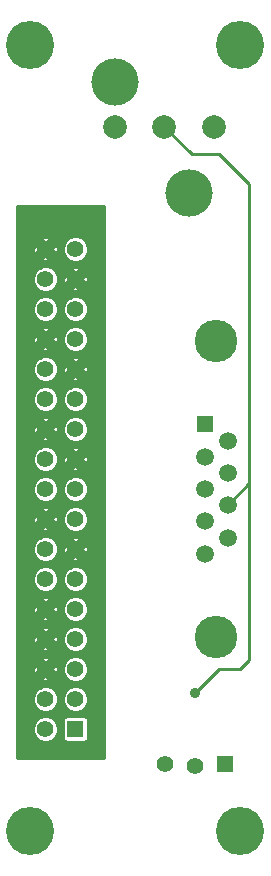
<source format=gbl>
G04 (created by PCBNEW (2013-06-11 BZR 4021)-stable) date Wed 16 Apr 2014 12:44:10 AM CDT*
%MOIN*%
G04 Gerber Fmt 3.4, Leading zero omitted, Abs format*
%FSLAX34Y34*%
G01*
G70*
G90*
G04 APERTURE LIST*
%ADD10C,0.00590551*%
%ADD11C,0.141732*%
%ADD12C,0.0590551*%
%ADD13R,0.0551181X0.0551181*%
%ADD14R,0.055X0.055*%
%ADD15C,0.055*%
%ADD16C,0.16*%
%ADD17C,0.0787402*%
%ADD18C,0.15748*%
%ADD19C,0.035*%
%ADD20C,0.01*%
G04 APERTURE END LIST*
G54D10*
G54D11*
X34496Y-38221D03*
X34496Y-28378D03*
G54D12*
X34122Y-33300D03*
X34122Y-32221D03*
G54D13*
X34122Y-31142D03*
G54D12*
X34122Y-35457D03*
X34122Y-34378D03*
X34870Y-34918D03*
X34870Y-33839D03*
X34870Y-32760D03*
X34870Y-31681D03*
G54D14*
X34800Y-42476D03*
G54D15*
X33800Y-42524D03*
X32800Y-42476D03*
G54D14*
X29800Y-41300D03*
G54D15*
X28800Y-41300D03*
X29800Y-40300D03*
X28800Y-40300D03*
X29800Y-39300D03*
X28800Y-39300D03*
X29800Y-38300D03*
X28800Y-38300D03*
X29800Y-37300D03*
X28800Y-37300D03*
X29800Y-36300D03*
X28800Y-36300D03*
X29800Y-35300D03*
X28800Y-35300D03*
X29800Y-34300D03*
X28800Y-34300D03*
X29800Y-33300D03*
X28800Y-33300D03*
X29800Y-32300D03*
X28800Y-32300D03*
X29800Y-31300D03*
X28800Y-31300D03*
X29800Y-30300D03*
X28800Y-30300D03*
X29800Y-29300D03*
X28800Y-29300D03*
X29800Y-28300D03*
X28800Y-28300D03*
X29800Y-27300D03*
X28800Y-27300D03*
X29800Y-26300D03*
X28800Y-26300D03*
X29800Y-25300D03*
X28800Y-25300D03*
G54D16*
X28300Y-44700D03*
X28300Y-18500D03*
X35300Y-44700D03*
X35300Y-18500D03*
G54D17*
X34413Y-21230D03*
X32760Y-21230D03*
X31106Y-21230D03*
G54D18*
X31106Y-19714D03*
X33586Y-23415D03*
G54D19*
X33800Y-40100D03*
G54D20*
X35600Y-25600D02*
X35600Y-23140D01*
X33670Y-22140D02*
X32760Y-21230D01*
X34600Y-22140D02*
X33670Y-22140D01*
X35600Y-23140D02*
X34600Y-22140D01*
X35600Y-39000D02*
X35600Y-33110D01*
X35300Y-39300D02*
X35600Y-39000D01*
X34600Y-39300D02*
X35300Y-39300D01*
X33800Y-40100D02*
X34600Y-39300D01*
X35600Y-33110D02*
X34870Y-33839D01*
X35600Y-25600D02*
X35600Y-33110D01*
G54D10*
G36*
X30750Y-42250D02*
X30225Y-42250D01*
X30225Y-40215D01*
X30225Y-39215D01*
X30225Y-38215D01*
X30225Y-37215D01*
X30225Y-36215D01*
X30225Y-34215D01*
X30225Y-33215D01*
X30225Y-31215D01*
X30225Y-30215D01*
X30225Y-28215D01*
X30225Y-27215D01*
X30225Y-25215D01*
X30160Y-25059D01*
X30041Y-24939D01*
X29884Y-24875D01*
X29715Y-24874D01*
X29559Y-24939D01*
X29439Y-25058D01*
X29375Y-25215D01*
X29374Y-25384D01*
X29439Y-25540D01*
X29558Y-25660D01*
X29715Y-25724D01*
X29884Y-25725D01*
X30040Y-25660D01*
X30160Y-25541D01*
X30224Y-25384D01*
X30225Y-25215D01*
X30225Y-27215D01*
X30210Y-27181D01*
X30210Y-26257D01*
X30195Y-26182D01*
X30148Y-26146D01*
X29994Y-26300D01*
X30148Y-26453D01*
X30195Y-26417D01*
X30210Y-26257D01*
X30210Y-27181D01*
X30160Y-27059D01*
X30041Y-26939D01*
X29953Y-26903D01*
X29953Y-26648D01*
X29953Y-25951D01*
X29917Y-25904D01*
X29757Y-25889D01*
X29682Y-25904D01*
X29646Y-25951D01*
X29800Y-26105D01*
X29953Y-25951D01*
X29953Y-26648D01*
X29800Y-26494D01*
X29646Y-26648D01*
X29682Y-26695D01*
X29842Y-26710D01*
X29917Y-26695D01*
X29953Y-26648D01*
X29953Y-26903D01*
X29884Y-26875D01*
X29715Y-26874D01*
X29605Y-26920D01*
X29605Y-26300D01*
X29451Y-26146D01*
X29404Y-26182D01*
X29389Y-26342D01*
X29404Y-26417D01*
X29451Y-26453D01*
X29605Y-26300D01*
X29605Y-26920D01*
X29559Y-26939D01*
X29439Y-27058D01*
X29375Y-27215D01*
X29374Y-27384D01*
X29439Y-27540D01*
X29558Y-27660D01*
X29715Y-27724D01*
X29884Y-27725D01*
X30040Y-27660D01*
X30160Y-27541D01*
X30224Y-27384D01*
X30225Y-27215D01*
X30225Y-28215D01*
X30160Y-28059D01*
X30041Y-27939D01*
X29884Y-27875D01*
X29715Y-27874D01*
X29559Y-27939D01*
X29439Y-28058D01*
X29375Y-28215D01*
X29374Y-28384D01*
X29439Y-28540D01*
X29558Y-28660D01*
X29715Y-28724D01*
X29884Y-28725D01*
X30040Y-28660D01*
X30160Y-28541D01*
X30224Y-28384D01*
X30225Y-28215D01*
X30225Y-30215D01*
X30210Y-30181D01*
X30210Y-29257D01*
X30195Y-29182D01*
X30148Y-29146D01*
X29994Y-29300D01*
X30148Y-29453D01*
X30195Y-29417D01*
X30210Y-29257D01*
X30210Y-30181D01*
X30160Y-30059D01*
X30041Y-29939D01*
X29953Y-29903D01*
X29953Y-29648D01*
X29953Y-28951D01*
X29917Y-28904D01*
X29757Y-28889D01*
X29682Y-28904D01*
X29646Y-28951D01*
X29800Y-29105D01*
X29953Y-28951D01*
X29953Y-29648D01*
X29800Y-29494D01*
X29646Y-29648D01*
X29682Y-29695D01*
X29842Y-29710D01*
X29917Y-29695D01*
X29953Y-29648D01*
X29953Y-29903D01*
X29884Y-29875D01*
X29715Y-29874D01*
X29605Y-29920D01*
X29605Y-29300D01*
X29451Y-29146D01*
X29404Y-29182D01*
X29389Y-29342D01*
X29404Y-29417D01*
X29451Y-29453D01*
X29605Y-29300D01*
X29605Y-29920D01*
X29559Y-29939D01*
X29439Y-30058D01*
X29375Y-30215D01*
X29374Y-30384D01*
X29439Y-30540D01*
X29558Y-30660D01*
X29715Y-30724D01*
X29884Y-30725D01*
X30040Y-30660D01*
X30160Y-30541D01*
X30224Y-30384D01*
X30225Y-30215D01*
X30225Y-31215D01*
X30160Y-31059D01*
X30041Y-30939D01*
X29884Y-30875D01*
X29715Y-30874D01*
X29559Y-30939D01*
X29439Y-31058D01*
X29375Y-31215D01*
X29374Y-31384D01*
X29439Y-31540D01*
X29558Y-31660D01*
X29715Y-31724D01*
X29884Y-31725D01*
X30040Y-31660D01*
X30160Y-31541D01*
X30224Y-31384D01*
X30225Y-31215D01*
X30225Y-33215D01*
X30210Y-33181D01*
X30210Y-32257D01*
X30195Y-32182D01*
X30148Y-32146D01*
X29994Y-32300D01*
X30148Y-32453D01*
X30195Y-32417D01*
X30210Y-32257D01*
X30210Y-33181D01*
X30160Y-33059D01*
X30041Y-32939D01*
X29953Y-32903D01*
X29953Y-32648D01*
X29953Y-31951D01*
X29917Y-31904D01*
X29757Y-31889D01*
X29682Y-31904D01*
X29646Y-31951D01*
X29800Y-32105D01*
X29953Y-31951D01*
X29953Y-32648D01*
X29800Y-32494D01*
X29646Y-32648D01*
X29682Y-32695D01*
X29842Y-32710D01*
X29917Y-32695D01*
X29953Y-32648D01*
X29953Y-32903D01*
X29884Y-32875D01*
X29715Y-32874D01*
X29605Y-32920D01*
X29605Y-32300D01*
X29451Y-32146D01*
X29404Y-32182D01*
X29389Y-32342D01*
X29404Y-32417D01*
X29451Y-32453D01*
X29605Y-32300D01*
X29605Y-32920D01*
X29559Y-32939D01*
X29439Y-33058D01*
X29375Y-33215D01*
X29374Y-33384D01*
X29439Y-33540D01*
X29558Y-33660D01*
X29715Y-33724D01*
X29884Y-33725D01*
X30040Y-33660D01*
X30160Y-33541D01*
X30224Y-33384D01*
X30225Y-33215D01*
X30225Y-34215D01*
X30160Y-34059D01*
X30041Y-33939D01*
X29884Y-33875D01*
X29715Y-33874D01*
X29559Y-33939D01*
X29439Y-34058D01*
X29375Y-34215D01*
X29374Y-34384D01*
X29439Y-34540D01*
X29558Y-34660D01*
X29715Y-34724D01*
X29884Y-34725D01*
X30040Y-34660D01*
X30160Y-34541D01*
X30224Y-34384D01*
X30225Y-34215D01*
X30225Y-36215D01*
X30210Y-36181D01*
X30210Y-35257D01*
X30195Y-35182D01*
X30148Y-35146D01*
X29994Y-35300D01*
X30148Y-35453D01*
X30195Y-35417D01*
X30210Y-35257D01*
X30210Y-36181D01*
X30160Y-36059D01*
X30041Y-35939D01*
X29953Y-35903D01*
X29953Y-35648D01*
X29953Y-34951D01*
X29917Y-34904D01*
X29757Y-34889D01*
X29682Y-34904D01*
X29646Y-34951D01*
X29800Y-35105D01*
X29953Y-34951D01*
X29953Y-35648D01*
X29800Y-35494D01*
X29646Y-35648D01*
X29682Y-35695D01*
X29842Y-35710D01*
X29917Y-35695D01*
X29953Y-35648D01*
X29953Y-35903D01*
X29884Y-35875D01*
X29715Y-35874D01*
X29605Y-35920D01*
X29605Y-35300D01*
X29451Y-35146D01*
X29404Y-35182D01*
X29389Y-35342D01*
X29404Y-35417D01*
X29451Y-35453D01*
X29605Y-35300D01*
X29605Y-35920D01*
X29559Y-35939D01*
X29439Y-36058D01*
X29375Y-36215D01*
X29374Y-36384D01*
X29439Y-36540D01*
X29558Y-36660D01*
X29715Y-36724D01*
X29884Y-36725D01*
X30040Y-36660D01*
X30160Y-36541D01*
X30224Y-36384D01*
X30225Y-36215D01*
X30225Y-37215D01*
X30160Y-37059D01*
X30041Y-36939D01*
X29884Y-36875D01*
X29715Y-36874D01*
X29559Y-36939D01*
X29439Y-37058D01*
X29375Y-37215D01*
X29374Y-37384D01*
X29439Y-37540D01*
X29558Y-37660D01*
X29715Y-37724D01*
X29884Y-37725D01*
X30040Y-37660D01*
X30160Y-37541D01*
X30224Y-37384D01*
X30225Y-37215D01*
X30225Y-38215D01*
X30160Y-38059D01*
X30041Y-37939D01*
X29884Y-37875D01*
X29715Y-37874D01*
X29559Y-37939D01*
X29439Y-38058D01*
X29375Y-38215D01*
X29374Y-38384D01*
X29439Y-38540D01*
X29558Y-38660D01*
X29715Y-38724D01*
X29884Y-38725D01*
X30040Y-38660D01*
X30160Y-38541D01*
X30224Y-38384D01*
X30225Y-38215D01*
X30225Y-39215D01*
X30160Y-39059D01*
X30041Y-38939D01*
X29884Y-38875D01*
X29715Y-38874D01*
X29559Y-38939D01*
X29439Y-39058D01*
X29375Y-39215D01*
X29374Y-39384D01*
X29439Y-39540D01*
X29558Y-39660D01*
X29715Y-39724D01*
X29884Y-39725D01*
X30040Y-39660D01*
X30160Y-39541D01*
X30224Y-39384D01*
X30225Y-39215D01*
X30225Y-40215D01*
X30160Y-40059D01*
X30041Y-39939D01*
X29884Y-39875D01*
X29715Y-39874D01*
X29559Y-39939D01*
X29439Y-40058D01*
X29375Y-40215D01*
X29374Y-40384D01*
X29439Y-40540D01*
X29558Y-40660D01*
X29715Y-40724D01*
X29884Y-40725D01*
X30040Y-40660D01*
X30160Y-40541D01*
X30224Y-40384D01*
X30225Y-40215D01*
X30225Y-42250D01*
X30225Y-42250D01*
X30225Y-41545D01*
X30225Y-40995D01*
X30202Y-40940D01*
X30160Y-40897D01*
X30104Y-40875D01*
X30045Y-40874D01*
X29495Y-40874D01*
X29440Y-40897D01*
X29397Y-40939D01*
X29375Y-40995D01*
X29374Y-41054D01*
X29374Y-41604D01*
X29397Y-41659D01*
X29439Y-41702D01*
X29495Y-41724D01*
X29554Y-41725D01*
X30104Y-41725D01*
X30159Y-41702D01*
X30202Y-41660D01*
X30224Y-41604D01*
X30225Y-41545D01*
X30225Y-42250D01*
X29225Y-42250D01*
X29225Y-41215D01*
X29225Y-40215D01*
X29225Y-36215D01*
X29225Y-35215D01*
X29225Y-33215D01*
X29225Y-32215D01*
X29225Y-30215D01*
X29225Y-29215D01*
X29225Y-27215D01*
X29225Y-26215D01*
X29210Y-26181D01*
X29210Y-25257D01*
X29195Y-25182D01*
X29148Y-25146D01*
X28994Y-25300D01*
X29148Y-25453D01*
X29195Y-25417D01*
X29210Y-25257D01*
X29210Y-26181D01*
X29160Y-26059D01*
X29041Y-25939D01*
X28953Y-25903D01*
X28953Y-25648D01*
X28953Y-24951D01*
X28917Y-24904D01*
X28757Y-24889D01*
X28682Y-24904D01*
X28646Y-24951D01*
X28800Y-25105D01*
X28953Y-24951D01*
X28953Y-25648D01*
X28800Y-25494D01*
X28646Y-25648D01*
X28682Y-25695D01*
X28842Y-25710D01*
X28917Y-25695D01*
X28953Y-25648D01*
X28953Y-25903D01*
X28884Y-25875D01*
X28715Y-25874D01*
X28605Y-25920D01*
X28605Y-25300D01*
X28451Y-25146D01*
X28404Y-25182D01*
X28389Y-25342D01*
X28404Y-25417D01*
X28451Y-25453D01*
X28605Y-25300D01*
X28605Y-25920D01*
X28559Y-25939D01*
X28439Y-26058D01*
X28375Y-26215D01*
X28374Y-26384D01*
X28439Y-26540D01*
X28558Y-26660D01*
X28715Y-26724D01*
X28884Y-26725D01*
X29040Y-26660D01*
X29160Y-26541D01*
X29224Y-26384D01*
X29225Y-26215D01*
X29225Y-27215D01*
X29160Y-27059D01*
X29041Y-26939D01*
X28884Y-26875D01*
X28715Y-26874D01*
X28559Y-26939D01*
X28439Y-27058D01*
X28375Y-27215D01*
X28374Y-27384D01*
X28439Y-27540D01*
X28558Y-27660D01*
X28715Y-27724D01*
X28884Y-27725D01*
X29040Y-27660D01*
X29160Y-27541D01*
X29224Y-27384D01*
X29225Y-27215D01*
X29225Y-29215D01*
X29210Y-29181D01*
X29210Y-28257D01*
X29195Y-28182D01*
X29148Y-28146D01*
X28994Y-28300D01*
X29148Y-28453D01*
X29195Y-28417D01*
X29210Y-28257D01*
X29210Y-29181D01*
X29160Y-29059D01*
X29041Y-28939D01*
X28953Y-28903D01*
X28953Y-28648D01*
X28953Y-27951D01*
X28917Y-27904D01*
X28757Y-27889D01*
X28682Y-27904D01*
X28646Y-27951D01*
X28800Y-28105D01*
X28953Y-27951D01*
X28953Y-28648D01*
X28800Y-28494D01*
X28646Y-28648D01*
X28682Y-28695D01*
X28842Y-28710D01*
X28917Y-28695D01*
X28953Y-28648D01*
X28953Y-28903D01*
X28884Y-28875D01*
X28715Y-28874D01*
X28605Y-28920D01*
X28605Y-28300D01*
X28451Y-28146D01*
X28404Y-28182D01*
X28389Y-28342D01*
X28404Y-28417D01*
X28451Y-28453D01*
X28605Y-28300D01*
X28605Y-28920D01*
X28559Y-28939D01*
X28439Y-29058D01*
X28375Y-29215D01*
X28374Y-29384D01*
X28439Y-29540D01*
X28558Y-29660D01*
X28715Y-29724D01*
X28884Y-29725D01*
X29040Y-29660D01*
X29160Y-29541D01*
X29224Y-29384D01*
X29225Y-29215D01*
X29225Y-30215D01*
X29160Y-30059D01*
X29041Y-29939D01*
X28884Y-29875D01*
X28715Y-29874D01*
X28559Y-29939D01*
X28439Y-30058D01*
X28375Y-30215D01*
X28374Y-30384D01*
X28439Y-30540D01*
X28558Y-30660D01*
X28715Y-30724D01*
X28884Y-30725D01*
X29040Y-30660D01*
X29160Y-30541D01*
X29224Y-30384D01*
X29225Y-30215D01*
X29225Y-32215D01*
X29210Y-32181D01*
X29210Y-31257D01*
X29195Y-31182D01*
X29148Y-31146D01*
X28994Y-31300D01*
X29148Y-31453D01*
X29195Y-31417D01*
X29210Y-31257D01*
X29210Y-32181D01*
X29160Y-32059D01*
X29041Y-31939D01*
X28953Y-31903D01*
X28953Y-31648D01*
X28953Y-30951D01*
X28917Y-30904D01*
X28757Y-30889D01*
X28682Y-30904D01*
X28646Y-30951D01*
X28800Y-31105D01*
X28953Y-30951D01*
X28953Y-31648D01*
X28800Y-31494D01*
X28646Y-31648D01*
X28682Y-31695D01*
X28842Y-31710D01*
X28917Y-31695D01*
X28953Y-31648D01*
X28953Y-31903D01*
X28884Y-31875D01*
X28715Y-31874D01*
X28605Y-31920D01*
X28605Y-31300D01*
X28451Y-31146D01*
X28404Y-31182D01*
X28389Y-31342D01*
X28404Y-31417D01*
X28451Y-31453D01*
X28605Y-31300D01*
X28605Y-31920D01*
X28559Y-31939D01*
X28439Y-32058D01*
X28375Y-32215D01*
X28374Y-32384D01*
X28439Y-32540D01*
X28558Y-32660D01*
X28715Y-32724D01*
X28884Y-32725D01*
X29040Y-32660D01*
X29160Y-32541D01*
X29224Y-32384D01*
X29225Y-32215D01*
X29225Y-33215D01*
X29160Y-33059D01*
X29041Y-32939D01*
X28884Y-32875D01*
X28715Y-32874D01*
X28559Y-32939D01*
X28439Y-33058D01*
X28375Y-33215D01*
X28374Y-33384D01*
X28439Y-33540D01*
X28558Y-33660D01*
X28715Y-33724D01*
X28884Y-33725D01*
X29040Y-33660D01*
X29160Y-33541D01*
X29224Y-33384D01*
X29225Y-33215D01*
X29225Y-35215D01*
X29210Y-35181D01*
X29210Y-34257D01*
X29195Y-34182D01*
X29148Y-34146D01*
X28994Y-34300D01*
X29148Y-34453D01*
X29195Y-34417D01*
X29210Y-34257D01*
X29210Y-35181D01*
X29160Y-35059D01*
X29041Y-34939D01*
X28953Y-34903D01*
X28953Y-34648D01*
X28953Y-33951D01*
X28917Y-33904D01*
X28757Y-33889D01*
X28682Y-33904D01*
X28646Y-33951D01*
X28800Y-34105D01*
X28953Y-33951D01*
X28953Y-34648D01*
X28800Y-34494D01*
X28646Y-34648D01*
X28682Y-34695D01*
X28842Y-34710D01*
X28917Y-34695D01*
X28953Y-34648D01*
X28953Y-34903D01*
X28884Y-34875D01*
X28715Y-34874D01*
X28605Y-34920D01*
X28605Y-34300D01*
X28451Y-34146D01*
X28404Y-34182D01*
X28389Y-34342D01*
X28404Y-34417D01*
X28451Y-34453D01*
X28605Y-34300D01*
X28605Y-34920D01*
X28559Y-34939D01*
X28439Y-35058D01*
X28375Y-35215D01*
X28374Y-35384D01*
X28439Y-35540D01*
X28558Y-35660D01*
X28715Y-35724D01*
X28884Y-35725D01*
X29040Y-35660D01*
X29160Y-35541D01*
X29224Y-35384D01*
X29225Y-35215D01*
X29225Y-36215D01*
X29160Y-36059D01*
X29041Y-35939D01*
X28884Y-35875D01*
X28715Y-35874D01*
X28559Y-35939D01*
X28439Y-36058D01*
X28375Y-36215D01*
X28374Y-36384D01*
X28439Y-36540D01*
X28558Y-36660D01*
X28715Y-36724D01*
X28884Y-36725D01*
X29040Y-36660D01*
X29160Y-36541D01*
X29224Y-36384D01*
X29225Y-36215D01*
X29225Y-40215D01*
X29210Y-40181D01*
X29210Y-39257D01*
X29210Y-38257D01*
X29210Y-37257D01*
X29195Y-37182D01*
X29148Y-37146D01*
X28994Y-37300D01*
X29148Y-37453D01*
X29195Y-37417D01*
X29210Y-37257D01*
X29210Y-38257D01*
X29195Y-38182D01*
X29148Y-38146D01*
X28994Y-38300D01*
X29148Y-38453D01*
X29195Y-38417D01*
X29210Y-38257D01*
X29210Y-39257D01*
X29195Y-39182D01*
X29148Y-39146D01*
X28994Y-39300D01*
X29148Y-39453D01*
X29195Y-39417D01*
X29210Y-39257D01*
X29210Y-40181D01*
X29160Y-40059D01*
X29041Y-39939D01*
X28953Y-39903D01*
X28953Y-39648D01*
X28953Y-38951D01*
X28953Y-38648D01*
X28953Y-37951D01*
X28953Y-37648D01*
X28953Y-36951D01*
X28917Y-36904D01*
X28757Y-36889D01*
X28682Y-36904D01*
X28646Y-36951D01*
X28800Y-37105D01*
X28953Y-36951D01*
X28953Y-37648D01*
X28800Y-37494D01*
X28646Y-37648D01*
X28682Y-37695D01*
X28842Y-37710D01*
X28917Y-37695D01*
X28953Y-37648D01*
X28953Y-37951D01*
X28917Y-37904D01*
X28757Y-37889D01*
X28682Y-37904D01*
X28646Y-37951D01*
X28800Y-38105D01*
X28953Y-37951D01*
X28953Y-38648D01*
X28800Y-38494D01*
X28646Y-38648D01*
X28682Y-38695D01*
X28842Y-38710D01*
X28917Y-38695D01*
X28953Y-38648D01*
X28953Y-38951D01*
X28917Y-38904D01*
X28757Y-38889D01*
X28682Y-38904D01*
X28646Y-38951D01*
X28800Y-39105D01*
X28953Y-38951D01*
X28953Y-39648D01*
X28800Y-39494D01*
X28646Y-39648D01*
X28682Y-39695D01*
X28842Y-39710D01*
X28917Y-39695D01*
X28953Y-39648D01*
X28953Y-39903D01*
X28884Y-39875D01*
X28715Y-39874D01*
X28605Y-39920D01*
X28605Y-39300D01*
X28605Y-38300D01*
X28605Y-37300D01*
X28451Y-37146D01*
X28404Y-37182D01*
X28389Y-37342D01*
X28404Y-37417D01*
X28451Y-37453D01*
X28605Y-37300D01*
X28605Y-38300D01*
X28451Y-38146D01*
X28404Y-38182D01*
X28389Y-38342D01*
X28404Y-38417D01*
X28451Y-38453D01*
X28605Y-38300D01*
X28605Y-39300D01*
X28451Y-39146D01*
X28404Y-39182D01*
X28389Y-39342D01*
X28404Y-39417D01*
X28451Y-39453D01*
X28605Y-39300D01*
X28605Y-39920D01*
X28559Y-39939D01*
X28439Y-40058D01*
X28375Y-40215D01*
X28374Y-40384D01*
X28439Y-40540D01*
X28558Y-40660D01*
X28715Y-40724D01*
X28884Y-40725D01*
X29040Y-40660D01*
X29160Y-40541D01*
X29224Y-40384D01*
X29225Y-40215D01*
X29225Y-41215D01*
X29160Y-41059D01*
X29041Y-40939D01*
X28884Y-40875D01*
X28715Y-40874D01*
X28559Y-40939D01*
X28439Y-41058D01*
X28375Y-41215D01*
X28374Y-41384D01*
X28439Y-41540D01*
X28558Y-41660D01*
X28715Y-41724D01*
X28884Y-41725D01*
X29040Y-41660D01*
X29160Y-41541D01*
X29224Y-41384D01*
X29225Y-41215D01*
X29225Y-42250D01*
X27850Y-42250D01*
X27850Y-23850D01*
X30750Y-23850D01*
X30750Y-42250D01*
X30750Y-42250D01*
G37*
G54D20*
X30750Y-42250D02*
X30225Y-42250D01*
X30225Y-40215D01*
X30225Y-39215D01*
X30225Y-38215D01*
X30225Y-37215D01*
X30225Y-36215D01*
X30225Y-34215D01*
X30225Y-33215D01*
X30225Y-31215D01*
X30225Y-30215D01*
X30225Y-28215D01*
X30225Y-27215D01*
X30225Y-25215D01*
X30160Y-25059D01*
X30041Y-24939D01*
X29884Y-24875D01*
X29715Y-24874D01*
X29559Y-24939D01*
X29439Y-25058D01*
X29375Y-25215D01*
X29374Y-25384D01*
X29439Y-25540D01*
X29558Y-25660D01*
X29715Y-25724D01*
X29884Y-25725D01*
X30040Y-25660D01*
X30160Y-25541D01*
X30224Y-25384D01*
X30225Y-25215D01*
X30225Y-27215D01*
X30210Y-27181D01*
X30210Y-26257D01*
X30195Y-26182D01*
X30148Y-26146D01*
X29994Y-26300D01*
X30148Y-26453D01*
X30195Y-26417D01*
X30210Y-26257D01*
X30210Y-27181D01*
X30160Y-27059D01*
X30041Y-26939D01*
X29953Y-26903D01*
X29953Y-26648D01*
X29953Y-25951D01*
X29917Y-25904D01*
X29757Y-25889D01*
X29682Y-25904D01*
X29646Y-25951D01*
X29800Y-26105D01*
X29953Y-25951D01*
X29953Y-26648D01*
X29800Y-26494D01*
X29646Y-26648D01*
X29682Y-26695D01*
X29842Y-26710D01*
X29917Y-26695D01*
X29953Y-26648D01*
X29953Y-26903D01*
X29884Y-26875D01*
X29715Y-26874D01*
X29605Y-26920D01*
X29605Y-26300D01*
X29451Y-26146D01*
X29404Y-26182D01*
X29389Y-26342D01*
X29404Y-26417D01*
X29451Y-26453D01*
X29605Y-26300D01*
X29605Y-26920D01*
X29559Y-26939D01*
X29439Y-27058D01*
X29375Y-27215D01*
X29374Y-27384D01*
X29439Y-27540D01*
X29558Y-27660D01*
X29715Y-27724D01*
X29884Y-27725D01*
X30040Y-27660D01*
X30160Y-27541D01*
X30224Y-27384D01*
X30225Y-27215D01*
X30225Y-28215D01*
X30160Y-28059D01*
X30041Y-27939D01*
X29884Y-27875D01*
X29715Y-27874D01*
X29559Y-27939D01*
X29439Y-28058D01*
X29375Y-28215D01*
X29374Y-28384D01*
X29439Y-28540D01*
X29558Y-28660D01*
X29715Y-28724D01*
X29884Y-28725D01*
X30040Y-28660D01*
X30160Y-28541D01*
X30224Y-28384D01*
X30225Y-28215D01*
X30225Y-30215D01*
X30210Y-30181D01*
X30210Y-29257D01*
X30195Y-29182D01*
X30148Y-29146D01*
X29994Y-29300D01*
X30148Y-29453D01*
X30195Y-29417D01*
X30210Y-29257D01*
X30210Y-30181D01*
X30160Y-30059D01*
X30041Y-29939D01*
X29953Y-29903D01*
X29953Y-29648D01*
X29953Y-28951D01*
X29917Y-28904D01*
X29757Y-28889D01*
X29682Y-28904D01*
X29646Y-28951D01*
X29800Y-29105D01*
X29953Y-28951D01*
X29953Y-29648D01*
X29800Y-29494D01*
X29646Y-29648D01*
X29682Y-29695D01*
X29842Y-29710D01*
X29917Y-29695D01*
X29953Y-29648D01*
X29953Y-29903D01*
X29884Y-29875D01*
X29715Y-29874D01*
X29605Y-29920D01*
X29605Y-29300D01*
X29451Y-29146D01*
X29404Y-29182D01*
X29389Y-29342D01*
X29404Y-29417D01*
X29451Y-29453D01*
X29605Y-29300D01*
X29605Y-29920D01*
X29559Y-29939D01*
X29439Y-30058D01*
X29375Y-30215D01*
X29374Y-30384D01*
X29439Y-30540D01*
X29558Y-30660D01*
X29715Y-30724D01*
X29884Y-30725D01*
X30040Y-30660D01*
X30160Y-30541D01*
X30224Y-30384D01*
X30225Y-30215D01*
X30225Y-31215D01*
X30160Y-31059D01*
X30041Y-30939D01*
X29884Y-30875D01*
X29715Y-30874D01*
X29559Y-30939D01*
X29439Y-31058D01*
X29375Y-31215D01*
X29374Y-31384D01*
X29439Y-31540D01*
X29558Y-31660D01*
X29715Y-31724D01*
X29884Y-31725D01*
X30040Y-31660D01*
X30160Y-31541D01*
X30224Y-31384D01*
X30225Y-31215D01*
X30225Y-33215D01*
X30210Y-33181D01*
X30210Y-32257D01*
X30195Y-32182D01*
X30148Y-32146D01*
X29994Y-32300D01*
X30148Y-32453D01*
X30195Y-32417D01*
X30210Y-32257D01*
X30210Y-33181D01*
X30160Y-33059D01*
X30041Y-32939D01*
X29953Y-32903D01*
X29953Y-32648D01*
X29953Y-31951D01*
X29917Y-31904D01*
X29757Y-31889D01*
X29682Y-31904D01*
X29646Y-31951D01*
X29800Y-32105D01*
X29953Y-31951D01*
X29953Y-32648D01*
X29800Y-32494D01*
X29646Y-32648D01*
X29682Y-32695D01*
X29842Y-32710D01*
X29917Y-32695D01*
X29953Y-32648D01*
X29953Y-32903D01*
X29884Y-32875D01*
X29715Y-32874D01*
X29605Y-32920D01*
X29605Y-32300D01*
X29451Y-32146D01*
X29404Y-32182D01*
X29389Y-32342D01*
X29404Y-32417D01*
X29451Y-32453D01*
X29605Y-32300D01*
X29605Y-32920D01*
X29559Y-32939D01*
X29439Y-33058D01*
X29375Y-33215D01*
X29374Y-33384D01*
X29439Y-33540D01*
X29558Y-33660D01*
X29715Y-33724D01*
X29884Y-33725D01*
X30040Y-33660D01*
X30160Y-33541D01*
X30224Y-33384D01*
X30225Y-33215D01*
X30225Y-34215D01*
X30160Y-34059D01*
X30041Y-33939D01*
X29884Y-33875D01*
X29715Y-33874D01*
X29559Y-33939D01*
X29439Y-34058D01*
X29375Y-34215D01*
X29374Y-34384D01*
X29439Y-34540D01*
X29558Y-34660D01*
X29715Y-34724D01*
X29884Y-34725D01*
X30040Y-34660D01*
X30160Y-34541D01*
X30224Y-34384D01*
X30225Y-34215D01*
X30225Y-36215D01*
X30210Y-36181D01*
X30210Y-35257D01*
X30195Y-35182D01*
X30148Y-35146D01*
X29994Y-35300D01*
X30148Y-35453D01*
X30195Y-35417D01*
X30210Y-35257D01*
X30210Y-36181D01*
X30160Y-36059D01*
X30041Y-35939D01*
X29953Y-35903D01*
X29953Y-35648D01*
X29953Y-34951D01*
X29917Y-34904D01*
X29757Y-34889D01*
X29682Y-34904D01*
X29646Y-34951D01*
X29800Y-35105D01*
X29953Y-34951D01*
X29953Y-35648D01*
X29800Y-35494D01*
X29646Y-35648D01*
X29682Y-35695D01*
X29842Y-35710D01*
X29917Y-35695D01*
X29953Y-35648D01*
X29953Y-35903D01*
X29884Y-35875D01*
X29715Y-35874D01*
X29605Y-35920D01*
X29605Y-35300D01*
X29451Y-35146D01*
X29404Y-35182D01*
X29389Y-35342D01*
X29404Y-35417D01*
X29451Y-35453D01*
X29605Y-35300D01*
X29605Y-35920D01*
X29559Y-35939D01*
X29439Y-36058D01*
X29375Y-36215D01*
X29374Y-36384D01*
X29439Y-36540D01*
X29558Y-36660D01*
X29715Y-36724D01*
X29884Y-36725D01*
X30040Y-36660D01*
X30160Y-36541D01*
X30224Y-36384D01*
X30225Y-36215D01*
X30225Y-37215D01*
X30160Y-37059D01*
X30041Y-36939D01*
X29884Y-36875D01*
X29715Y-36874D01*
X29559Y-36939D01*
X29439Y-37058D01*
X29375Y-37215D01*
X29374Y-37384D01*
X29439Y-37540D01*
X29558Y-37660D01*
X29715Y-37724D01*
X29884Y-37725D01*
X30040Y-37660D01*
X30160Y-37541D01*
X30224Y-37384D01*
X30225Y-37215D01*
X30225Y-38215D01*
X30160Y-38059D01*
X30041Y-37939D01*
X29884Y-37875D01*
X29715Y-37874D01*
X29559Y-37939D01*
X29439Y-38058D01*
X29375Y-38215D01*
X29374Y-38384D01*
X29439Y-38540D01*
X29558Y-38660D01*
X29715Y-38724D01*
X29884Y-38725D01*
X30040Y-38660D01*
X30160Y-38541D01*
X30224Y-38384D01*
X30225Y-38215D01*
X30225Y-39215D01*
X30160Y-39059D01*
X30041Y-38939D01*
X29884Y-38875D01*
X29715Y-38874D01*
X29559Y-38939D01*
X29439Y-39058D01*
X29375Y-39215D01*
X29374Y-39384D01*
X29439Y-39540D01*
X29558Y-39660D01*
X29715Y-39724D01*
X29884Y-39725D01*
X30040Y-39660D01*
X30160Y-39541D01*
X30224Y-39384D01*
X30225Y-39215D01*
X30225Y-40215D01*
X30160Y-40059D01*
X30041Y-39939D01*
X29884Y-39875D01*
X29715Y-39874D01*
X29559Y-39939D01*
X29439Y-40058D01*
X29375Y-40215D01*
X29374Y-40384D01*
X29439Y-40540D01*
X29558Y-40660D01*
X29715Y-40724D01*
X29884Y-40725D01*
X30040Y-40660D01*
X30160Y-40541D01*
X30224Y-40384D01*
X30225Y-40215D01*
X30225Y-42250D01*
X30225Y-42250D01*
X30225Y-41545D01*
X30225Y-40995D01*
X30202Y-40940D01*
X30160Y-40897D01*
X30104Y-40875D01*
X30045Y-40874D01*
X29495Y-40874D01*
X29440Y-40897D01*
X29397Y-40939D01*
X29375Y-40995D01*
X29374Y-41054D01*
X29374Y-41604D01*
X29397Y-41659D01*
X29439Y-41702D01*
X29495Y-41724D01*
X29554Y-41725D01*
X30104Y-41725D01*
X30159Y-41702D01*
X30202Y-41660D01*
X30224Y-41604D01*
X30225Y-41545D01*
X30225Y-42250D01*
X29225Y-42250D01*
X29225Y-41215D01*
X29225Y-40215D01*
X29225Y-36215D01*
X29225Y-35215D01*
X29225Y-33215D01*
X29225Y-32215D01*
X29225Y-30215D01*
X29225Y-29215D01*
X29225Y-27215D01*
X29225Y-26215D01*
X29210Y-26181D01*
X29210Y-25257D01*
X29195Y-25182D01*
X29148Y-25146D01*
X28994Y-25300D01*
X29148Y-25453D01*
X29195Y-25417D01*
X29210Y-25257D01*
X29210Y-26181D01*
X29160Y-26059D01*
X29041Y-25939D01*
X28953Y-25903D01*
X28953Y-25648D01*
X28953Y-24951D01*
X28917Y-24904D01*
X28757Y-24889D01*
X28682Y-24904D01*
X28646Y-24951D01*
X28800Y-25105D01*
X28953Y-24951D01*
X28953Y-25648D01*
X28800Y-25494D01*
X28646Y-25648D01*
X28682Y-25695D01*
X28842Y-25710D01*
X28917Y-25695D01*
X28953Y-25648D01*
X28953Y-25903D01*
X28884Y-25875D01*
X28715Y-25874D01*
X28605Y-25920D01*
X28605Y-25300D01*
X28451Y-25146D01*
X28404Y-25182D01*
X28389Y-25342D01*
X28404Y-25417D01*
X28451Y-25453D01*
X28605Y-25300D01*
X28605Y-25920D01*
X28559Y-25939D01*
X28439Y-26058D01*
X28375Y-26215D01*
X28374Y-26384D01*
X28439Y-26540D01*
X28558Y-26660D01*
X28715Y-26724D01*
X28884Y-26725D01*
X29040Y-26660D01*
X29160Y-26541D01*
X29224Y-26384D01*
X29225Y-26215D01*
X29225Y-27215D01*
X29160Y-27059D01*
X29041Y-26939D01*
X28884Y-26875D01*
X28715Y-26874D01*
X28559Y-26939D01*
X28439Y-27058D01*
X28375Y-27215D01*
X28374Y-27384D01*
X28439Y-27540D01*
X28558Y-27660D01*
X28715Y-27724D01*
X28884Y-27725D01*
X29040Y-27660D01*
X29160Y-27541D01*
X29224Y-27384D01*
X29225Y-27215D01*
X29225Y-29215D01*
X29210Y-29181D01*
X29210Y-28257D01*
X29195Y-28182D01*
X29148Y-28146D01*
X28994Y-28300D01*
X29148Y-28453D01*
X29195Y-28417D01*
X29210Y-28257D01*
X29210Y-29181D01*
X29160Y-29059D01*
X29041Y-28939D01*
X28953Y-28903D01*
X28953Y-28648D01*
X28953Y-27951D01*
X28917Y-27904D01*
X28757Y-27889D01*
X28682Y-27904D01*
X28646Y-27951D01*
X28800Y-28105D01*
X28953Y-27951D01*
X28953Y-28648D01*
X28800Y-28494D01*
X28646Y-28648D01*
X28682Y-28695D01*
X28842Y-28710D01*
X28917Y-28695D01*
X28953Y-28648D01*
X28953Y-28903D01*
X28884Y-28875D01*
X28715Y-28874D01*
X28605Y-28920D01*
X28605Y-28300D01*
X28451Y-28146D01*
X28404Y-28182D01*
X28389Y-28342D01*
X28404Y-28417D01*
X28451Y-28453D01*
X28605Y-28300D01*
X28605Y-28920D01*
X28559Y-28939D01*
X28439Y-29058D01*
X28375Y-29215D01*
X28374Y-29384D01*
X28439Y-29540D01*
X28558Y-29660D01*
X28715Y-29724D01*
X28884Y-29725D01*
X29040Y-29660D01*
X29160Y-29541D01*
X29224Y-29384D01*
X29225Y-29215D01*
X29225Y-30215D01*
X29160Y-30059D01*
X29041Y-29939D01*
X28884Y-29875D01*
X28715Y-29874D01*
X28559Y-29939D01*
X28439Y-30058D01*
X28375Y-30215D01*
X28374Y-30384D01*
X28439Y-30540D01*
X28558Y-30660D01*
X28715Y-30724D01*
X28884Y-30725D01*
X29040Y-30660D01*
X29160Y-30541D01*
X29224Y-30384D01*
X29225Y-30215D01*
X29225Y-32215D01*
X29210Y-32181D01*
X29210Y-31257D01*
X29195Y-31182D01*
X29148Y-31146D01*
X28994Y-31300D01*
X29148Y-31453D01*
X29195Y-31417D01*
X29210Y-31257D01*
X29210Y-32181D01*
X29160Y-32059D01*
X29041Y-31939D01*
X28953Y-31903D01*
X28953Y-31648D01*
X28953Y-30951D01*
X28917Y-30904D01*
X28757Y-30889D01*
X28682Y-30904D01*
X28646Y-30951D01*
X28800Y-31105D01*
X28953Y-30951D01*
X28953Y-31648D01*
X28800Y-31494D01*
X28646Y-31648D01*
X28682Y-31695D01*
X28842Y-31710D01*
X28917Y-31695D01*
X28953Y-31648D01*
X28953Y-31903D01*
X28884Y-31875D01*
X28715Y-31874D01*
X28605Y-31920D01*
X28605Y-31300D01*
X28451Y-31146D01*
X28404Y-31182D01*
X28389Y-31342D01*
X28404Y-31417D01*
X28451Y-31453D01*
X28605Y-31300D01*
X28605Y-31920D01*
X28559Y-31939D01*
X28439Y-32058D01*
X28375Y-32215D01*
X28374Y-32384D01*
X28439Y-32540D01*
X28558Y-32660D01*
X28715Y-32724D01*
X28884Y-32725D01*
X29040Y-32660D01*
X29160Y-32541D01*
X29224Y-32384D01*
X29225Y-32215D01*
X29225Y-33215D01*
X29160Y-33059D01*
X29041Y-32939D01*
X28884Y-32875D01*
X28715Y-32874D01*
X28559Y-32939D01*
X28439Y-33058D01*
X28375Y-33215D01*
X28374Y-33384D01*
X28439Y-33540D01*
X28558Y-33660D01*
X28715Y-33724D01*
X28884Y-33725D01*
X29040Y-33660D01*
X29160Y-33541D01*
X29224Y-33384D01*
X29225Y-33215D01*
X29225Y-35215D01*
X29210Y-35181D01*
X29210Y-34257D01*
X29195Y-34182D01*
X29148Y-34146D01*
X28994Y-34300D01*
X29148Y-34453D01*
X29195Y-34417D01*
X29210Y-34257D01*
X29210Y-35181D01*
X29160Y-35059D01*
X29041Y-34939D01*
X28953Y-34903D01*
X28953Y-34648D01*
X28953Y-33951D01*
X28917Y-33904D01*
X28757Y-33889D01*
X28682Y-33904D01*
X28646Y-33951D01*
X28800Y-34105D01*
X28953Y-33951D01*
X28953Y-34648D01*
X28800Y-34494D01*
X28646Y-34648D01*
X28682Y-34695D01*
X28842Y-34710D01*
X28917Y-34695D01*
X28953Y-34648D01*
X28953Y-34903D01*
X28884Y-34875D01*
X28715Y-34874D01*
X28605Y-34920D01*
X28605Y-34300D01*
X28451Y-34146D01*
X28404Y-34182D01*
X28389Y-34342D01*
X28404Y-34417D01*
X28451Y-34453D01*
X28605Y-34300D01*
X28605Y-34920D01*
X28559Y-34939D01*
X28439Y-35058D01*
X28375Y-35215D01*
X28374Y-35384D01*
X28439Y-35540D01*
X28558Y-35660D01*
X28715Y-35724D01*
X28884Y-35725D01*
X29040Y-35660D01*
X29160Y-35541D01*
X29224Y-35384D01*
X29225Y-35215D01*
X29225Y-36215D01*
X29160Y-36059D01*
X29041Y-35939D01*
X28884Y-35875D01*
X28715Y-35874D01*
X28559Y-35939D01*
X28439Y-36058D01*
X28375Y-36215D01*
X28374Y-36384D01*
X28439Y-36540D01*
X28558Y-36660D01*
X28715Y-36724D01*
X28884Y-36725D01*
X29040Y-36660D01*
X29160Y-36541D01*
X29224Y-36384D01*
X29225Y-36215D01*
X29225Y-40215D01*
X29210Y-40181D01*
X29210Y-39257D01*
X29210Y-38257D01*
X29210Y-37257D01*
X29195Y-37182D01*
X29148Y-37146D01*
X28994Y-37300D01*
X29148Y-37453D01*
X29195Y-37417D01*
X29210Y-37257D01*
X29210Y-38257D01*
X29195Y-38182D01*
X29148Y-38146D01*
X28994Y-38300D01*
X29148Y-38453D01*
X29195Y-38417D01*
X29210Y-38257D01*
X29210Y-39257D01*
X29195Y-39182D01*
X29148Y-39146D01*
X28994Y-39300D01*
X29148Y-39453D01*
X29195Y-39417D01*
X29210Y-39257D01*
X29210Y-40181D01*
X29160Y-40059D01*
X29041Y-39939D01*
X28953Y-39903D01*
X28953Y-39648D01*
X28953Y-38951D01*
X28953Y-38648D01*
X28953Y-37951D01*
X28953Y-37648D01*
X28953Y-36951D01*
X28917Y-36904D01*
X28757Y-36889D01*
X28682Y-36904D01*
X28646Y-36951D01*
X28800Y-37105D01*
X28953Y-36951D01*
X28953Y-37648D01*
X28800Y-37494D01*
X28646Y-37648D01*
X28682Y-37695D01*
X28842Y-37710D01*
X28917Y-37695D01*
X28953Y-37648D01*
X28953Y-37951D01*
X28917Y-37904D01*
X28757Y-37889D01*
X28682Y-37904D01*
X28646Y-37951D01*
X28800Y-38105D01*
X28953Y-37951D01*
X28953Y-38648D01*
X28800Y-38494D01*
X28646Y-38648D01*
X28682Y-38695D01*
X28842Y-38710D01*
X28917Y-38695D01*
X28953Y-38648D01*
X28953Y-38951D01*
X28917Y-38904D01*
X28757Y-38889D01*
X28682Y-38904D01*
X28646Y-38951D01*
X28800Y-39105D01*
X28953Y-38951D01*
X28953Y-39648D01*
X28800Y-39494D01*
X28646Y-39648D01*
X28682Y-39695D01*
X28842Y-39710D01*
X28917Y-39695D01*
X28953Y-39648D01*
X28953Y-39903D01*
X28884Y-39875D01*
X28715Y-39874D01*
X28605Y-39920D01*
X28605Y-39300D01*
X28605Y-38300D01*
X28605Y-37300D01*
X28451Y-37146D01*
X28404Y-37182D01*
X28389Y-37342D01*
X28404Y-37417D01*
X28451Y-37453D01*
X28605Y-37300D01*
X28605Y-38300D01*
X28451Y-38146D01*
X28404Y-38182D01*
X28389Y-38342D01*
X28404Y-38417D01*
X28451Y-38453D01*
X28605Y-38300D01*
X28605Y-39300D01*
X28451Y-39146D01*
X28404Y-39182D01*
X28389Y-39342D01*
X28404Y-39417D01*
X28451Y-39453D01*
X28605Y-39300D01*
X28605Y-39920D01*
X28559Y-39939D01*
X28439Y-40058D01*
X28375Y-40215D01*
X28374Y-40384D01*
X28439Y-40540D01*
X28558Y-40660D01*
X28715Y-40724D01*
X28884Y-40725D01*
X29040Y-40660D01*
X29160Y-40541D01*
X29224Y-40384D01*
X29225Y-40215D01*
X29225Y-41215D01*
X29160Y-41059D01*
X29041Y-40939D01*
X28884Y-40875D01*
X28715Y-40874D01*
X28559Y-40939D01*
X28439Y-41058D01*
X28375Y-41215D01*
X28374Y-41384D01*
X28439Y-41540D01*
X28558Y-41660D01*
X28715Y-41724D01*
X28884Y-41725D01*
X29040Y-41660D01*
X29160Y-41541D01*
X29224Y-41384D01*
X29225Y-41215D01*
X29225Y-42250D01*
X27850Y-42250D01*
X27850Y-23850D01*
X30750Y-23850D01*
X30750Y-42250D01*
M02*

</source>
